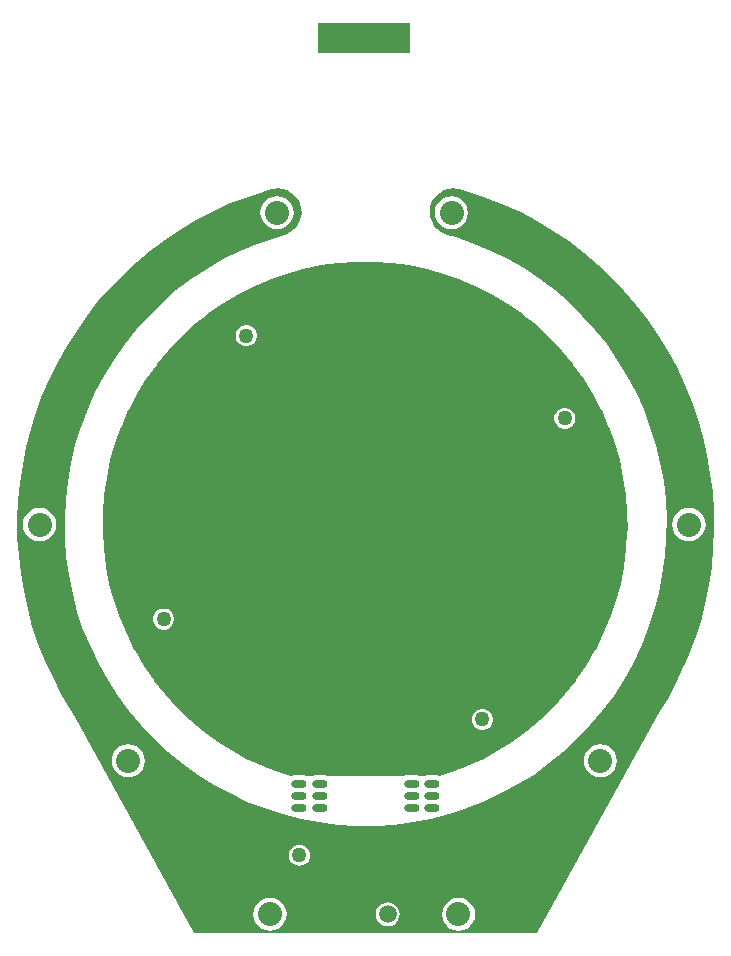
<source format=gtl>
%FSTAX23Y23*%
%MOIN*%
%SFA1B1*%

%IPPOS*%
%ADD12R,0.310000X0.100000*%
%ADD13C,0.080000*%
%ADD14O,0.051180X0.027560*%
%ADD15C,0.050000*%
%ADD16C,0.059060*%
%LNtransdutir_alinhado-1*%
%LPD*%
G36*
X00032Y02253D02*
X00091Y02249D01*
X00091Y02249*
X0015Y02241*
X0015Y02241*
X00208Y02229*
X00209Y02229*
X00265Y02213*
X00266Y02213*
X00321Y02193*
X00322Y02193*
X00376Y0217*
X00376Y0217*
X00429Y02143*
X00429Y02142*
X0048Y02112*
X0048Y02112*
X00528Y02078*
X00529Y02077*
X00575Y02041*
X00575Y0204*
X00618Y02*
X00619Y02*
X00659Y01957*
X00659Y01956*
X00697Y01911*
X00697Y0191*
X00731Y01863*
X00732Y01862*
X00763Y01812*
X00763Y01811*
X0079Y01759*
X00791Y01759*
X00814Y01705*
X00815Y01704*
X00835Y01649*
X00835Y01649*
X00851Y01592*
X00851Y01591*
X00864Y01534*
X00864Y01533*
X00872Y01475*
X00872Y01475*
X00877Y01416*
X00877Y01415*
X00878Y01357*
X00877Y01356*
X00874Y01297*
X00874Y01296*
X00867Y01238*
X00866Y01237*
X00855Y0118*
X00855Y01179*
X0084Y01122*
X00839Y01122*
X0082Y01066*
X0082Y01066*
X00797Y01011*
X00797Y01011*
X00771Y00958*
X0077Y00958*
X0074Y00907*
X0074Y00906*
X00707Y00858*
X00706Y00857*
X0067Y00811*
X00669Y00811*
X0063Y00767*
X00629Y00767*
X00587Y00726*
X00587Y00726*
X00542Y00688*
X00541Y00688*
X00494Y00653*
X00493Y00653*
X00443Y00621*
X00443Y00621*
X00391Y00593*
X0039Y00593*
X00337Y00569*
X00336Y00568*
X00281Y00548*
X0028Y00548*
X00252Y00539*
X0025Y00539*
X00246Y00541*
X00238Y00542*
X00215*
X00207Y00541*
X00203Y00539*
X00181*
X00177Y00541*
X00169Y00542*
X00146*
X00138Y00541*
X00134Y00539*
X-00124*
X-00128Y00541*
X-00136Y00542*
X-00159*
X-00167Y00541*
X-00171Y00539*
X-00194*
X-00198Y00541*
X-00206Y00542*
X-00229*
X-00237Y00541*
X-00241Y00539*
X-00244*
X-00247Y00539*
X-00275Y00548*
X-00276Y00548*
X-00331Y00568*
X-00332Y00569*
X-00385Y00593*
X-00386Y00593*
X-00438Y00621*
X-00438Y00621*
X-00488Y00653*
X-00488Y00653*
X-00536Y00688*
X-00537Y00688*
X-00582Y00726*
X-00582Y00726*
X-00624Y00767*
X-00625Y00767*
X-00664Y00811*
X-00665Y00811*
X-00701Y00857*
X-00702Y00858*
X-00735Y00906*
X-00735Y00907*
X-00765Y00958*
X-00766Y00958*
X-00792Y01011*
X-00815Y01066*
X-00815Y01066*
X-00834Y01122*
X-00835Y01122*
X-0085Y01179*
X-0085Y0118*
X-00861Y01237*
X-00862Y01238*
X-00869Y01296*
X-00869Y01297*
X-00872Y01356*
X-00872Y01357*
X-00872Y01415*
X-00872Y01416*
X-00867Y01475*
X-00867Y01475*
X-00859Y01533*
X-00859Y01534*
X-00846Y01591*
X-00846Y01592*
X-0083Y01649*
X-0083Y01649*
X-0081Y01704*
X-00809Y01705*
X-00786Y01759*
X-00785Y01759*
X-00758Y01811*
X-00758Y01812*
X-00727Y01862*
X-00726Y01863*
X-00692Y0191*
X-00692Y01911*
X-00654Y01956*
X-00654Y01957*
X-00614Y02*
X-00613Y02*
X-0057Y0204*
X-0057Y02041*
X-00524Y02077*
X-00523Y02078*
X-00475Y02112*
X-00475Y02112*
X-00424Y02142*
X-00424Y02143*
X-00371Y0217*
X-00371Y0217*
X-00317Y02193*
X-00316Y02193*
X-00261Y02213*
X-0026Y02213*
X-00203Y02229*
X-00203Y02229*
X-00145Y02241*
X-00145Y02241*
X-00086Y02249*
X-00086Y02249*
X-00027Y02253*
X-00026Y02253*
X00031*
X00032Y02253*
G37*
G36*
X00311Y02497D02*
X00318Y02495D01*
X00348Y02487*
X00407Y02467*
X00465Y02444*
X00521Y02418*
X00576Y02388*
X0063Y02356*
X00681Y02322*
X00731Y02284*
X00778Y02244*
X00823Y02201*
X00866Y02156*
X00907Y02109*
X00945Y0206*
X0098Y02008*
X01012Y01955*
X01042Y01901*
X01068Y01844*
X01092Y01787*
X01112Y01728*
X01129Y01668*
X01143Y01608*
X01154Y01547*
X01161Y01485*
X01165Y01423*
X01166Y01361*
X01164Y01299*
X01158Y01237*
X01149Y01175*
X01136Y01114*
X01121Y01054*
X01102Y00995*
X0108Y00937*
X01069Y00912*
X01067Y00908*
X01067Y00908*
X01057Y00885*
X01035Y00841*
X01011Y00797*
X00985Y00755*
X00972Y00734*
X00577Y00015*
X-00567*
X-00963Y00737*
X-0098Y00762*
X-01011Y00814*
X-01039Y00868*
X-01064Y00923*
X-01086Y0098*
X-01106Y01037*
X-01122Y01096*
X-01135Y01155*
X-01145Y01215*
X-01152Y01275*
X-01156Y01336*
X-01156Y01396*
X-01154Y01457*
X-01148Y01517*
X-01139Y01577*
X-01127Y01637*
X-01112Y01695*
X-01094Y01753*
X-01073Y0181*
X-01049Y01866*
X-01022Y0192*
X-00992Y01973*
X-00959Y02024*
X-00924Y02074*
X-00887Y02121*
X-00846Y02167*
X-00804Y0221*
X-00759Y02251*
X-00713Y0229*
X-00664Y02326*
X-00614Y0236*
X-00561Y02391*
X-00508Y02419*
X-00453Y02445*
X-00396Y02467*
X-00339Y02487*
X-0031Y02495*
X-00302Y02497*
X-00287Y02498*
X-00271Y02496*
X-00257Y02492*
X-00243Y02484*
X-00231Y02474*
X-00222Y02462*
X-00215Y02448*
X-0021Y02433*
X-00209Y02417*
X-00211Y02402*
X-00216Y02387*
X-00223Y02374*
X-00233Y02362*
X-00246Y02352*
X-00259Y02345*
X-00267Y02343*
X-00297Y02334*
X-00356Y02314*
X-00414Y02289*
X-0047Y02261*
X-00524Y0223*
X-00576Y02195*
X-00626Y02158*
X-00673Y02117*
X-00718Y02073*
X-0076Y02027*
X-00799Y01978*
X-00835Y01926*
X-00867Y01873*
X-00897Y01818*
X-00922Y01761*
X-00944Y01702*
X-00963Y01642*
X-00977Y01582*
X-00988Y0152*
X-00995Y01458*
X-00998Y01395*
X-00997Y01333*
X-00993Y0127*
X-00984Y01208*
X-00972Y01147*
X-00956Y01087*
X-00936Y01027*
X-00912Y00969*
X-00885Y00913*
X-00854Y00858*
X-0082Y00806*
X-00783Y00756*
X-00743Y00708*
X-007Y00662*
X-00654Y0062*
X-00605Y0058*
X-00554Y00544*
X-00501Y0051*
X-00446Y00481*
X-0039Y00454*
X-00332Y00431*
X-00272Y00412*
X-00211Y00397*
X-0015Y00385*
X-00088Y00377*
X-00025Y00374*
X00036Y00374*
X00099Y00377*
X00161Y00385*
X00222Y00397*
X00283Y00412*
X00342Y00432*
X00401Y00455*
X00457Y00481*
X00512Y00511*
X00565Y00544*
X00616Y00581*
X00664Y0062*
X0071Y00663*
X00753Y00708*
X00794Y00756*
X00831Y00807*
X00865Y00859*
X00895Y00914*
X00922Y0097*
X00946Y01028*
X00966Y01088*
X00982Y01148*
X00994Y01209*
X01003Y01271*
X01007Y01334*
X01008Y01396*
X01005Y01459*
X00998Y01521*
X00987Y01583*
X00972Y01643*
X00954Y01703*
X00932Y01762*
X00906Y01819*
X00877Y01874*
X00844Y01927*
X00808Y01979*
X00769Y02027*
X00727Y02074*
X00682Y02118*
X00635Y02158*
X00585Y02196*
X00533Y02231*
X00479Y02262*
X00423Y0229*
X00365Y02314*
X00306Y02335*
X00276Y02344*
X00268Y02346*
X00255Y02353*
X00242Y02362*
X00232Y02374*
X00225Y02388*
X0022Y02402*
X00218Y02418*
X00219Y02433*
X00223Y02448*
X0023Y02462*
X0024Y02474*
X00252Y02484*
X00265Y02492*
X0028Y02497*
X00295Y02498*
X00311Y02497*
G37*
%LNtransdutir_alinhado-2*%
%LPC*%
G36*
X-00389Y02042D02*
X-00398D01*
X-00407Y0204*
X-00415Y02035*
X-00421Y02029*
X-00426Y02021*
X-00428Y02012*
Y02003*
X-00426Y01994*
X-00421Y01986*
X-00415Y01979*
X-00407Y01975*
X-00398Y01972*
X-00389*
X-0038Y01975*
X-00372Y01979*
X-00365Y01986*
X-00361Y01994*
X-00358Y02003*
Y02012*
X-00361Y02021*
X-00365Y02029*
X-00372Y02035*
X-0038Y0204*
X-00389Y02042*
G37*
G36*
X00673Y01767D02*
X00664D01*
X00655Y01764*
X00647Y0176*
X00641Y01753*
X00636Y01745*
X00634Y01736*
Y01727*
X00636Y01718*
X00641Y0171*
X00647Y01704*
X00655Y01699*
X00664Y01697*
X00673*
X00682Y01699*
X0069Y01704*
X00697Y0171*
X00701Y01718*
X00704Y01727*
Y01736*
X00701Y01745*
X00697Y01753*
X0069Y0176*
X00682Y01764*
X00673Y01767*
G37*
G36*
X-00664Y01097D02*
X-00673D01*
X-00682Y01095*
X-0069Y01091*
X-00697Y01084*
X-00701Y01076*
X-00704Y01067*
Y01058*
X-00701Y01049*
X-00697Y01041*
X-0069Y01034*
X-00682Y0103*
X-00673Y01027*
X-00664*
X-00655Y0103*
X-00647Y01034*
X-00641Y01041*
X-00636Y01049*
X-00634Y01058*
Y01067*
X-00636Y01076*
X-00641Y01084*
X-00647Y01091*
X-00655Y01095*
X-00664Y01097*
G37*
G36*
X00398Y00763D02*
X00389D01*
X0038Y0076*
X00372Y00756*
X00365Y00749*
X00361Y00741*
X00358Y00732*
Y00723*
X00361Y00714*
X00365Y00706*
X00372Y007*
X0038Y00695*
X00389Y00693*
X00398*
X00407Y00695*
X00415Y007*
X00421Y00706*
X00426Y00714*
X00428Y00723*
Y00732*
X00426Y00741*
X00421Y00749*
X00415Y00756*
X00407Y0076*
X00398Y00763*
G37*
G36*
X00291Y02472D02*
X00276Y0247D01*
X00263Y02465*
X00252Y02456*
X00243Y02445*
X00237Y02431*
X00235Y02417*
X00237Y02402*
X00243Y02389*
X00252Y02378*
X00263Y02369*
X00276Y02363*
X00291Y02361*
X00305Y02363*
X00319Y02369*
X0033Y02378*
X00339Y02389*
X00344Y02402*
X00346Y02417*
X00344Y02431*
X00339Y02445*
X0033Y02456*
X00319Y02465*
X00305Y0247*
X00291Y02472*
G37*
G36*
X-00291D02*
X-00305Y0247D01*
X-00319Y02465*
X-0033Y02456*
X-00339Y02445*
X-00344Y02431*
X-00346Y02417*
X-00344Y02402*
X-00339Y02389*
X-0033Y02378*
X-00319Y02369*
X-00305Y02363*
X-00291Y02361*
X-00276Y02363*
X-00263Y02369*
X-00252Y02378*
X-00243Y02389*
X-00237Y02402*
X-00235Y02417*
X-00237Y02431*
X-00243Y02445*
X-00252Y02456*
X-00263Y02465*
X-00276Y0247*
X-00291Y02472*
G37*
G36*
X01082Y01433D02*
X01068Y01431D01*
X01054Y01425*
X01043Y01417*
X01034Y01405*
X01029Y01392*
X01027Y01377*
X01029Y01363*
X01034Y0135*
X01043Y01338*
X01054Y01329*
X01068Y01324*
X01082Y01322*
X01097Y01324*
X0111Y01329*
X01121Y01338*
X0113Y0135*
X01136Y01363*
X01138Y01377*
X01136Y01392*
X0113Y01405*
X01121Y01417*
X0111Y01425*
X01097Y01431*
X01082Y01433*
G37*
G36*
X-01082D02*
X-01097Y01431D01*
X-0111Y01425*
X-01121Y01417*
X-0113Y01405*
X-01136Y01392*
X-01138Y01377*
X-01136Y01363*
X-0113Y0135*
X-01121Y01338*
X-0111Y01329*
X-01097Y01324*
X-01082Y01322*
X-01068Y01324*
X-01054Y01329*
X-01043Y01338*
X-01034Y0135*
X-01029Y01363*
X-01027Y01377*
X-01029Y01392*
X-01034Y01405*
X-01043Y01417*
X-01054Y01425*
X-01068Y01431*
X-01082Y01433*
G37*
G36*
X00787Y00646D02*
X00773Y00644D01*
X00759Y00638*
X00748Y00629*
X00739Y00618*
X00733Y00604*
X00731Y0059*
X00733Y00576*
X00739Y00562*
X00748Y00551*
X00759Y00542*
X00773Y00536*
X00787Y00535*
X00801Y00536*
X00815Y00542*
X00826Y00551*
X00835Y00562*
X0084Y00576*
X00842Y0059*
X0084Y00604*
X00835Y00618*
X00826Y00629*
X00815Y00638*
X00801Y00644*
X00787Y00646*
G37*
G36*
X-00787D02*
X-00801Y00644D01*
X-00815Y00638*
X-00826Y00629*
X-00835Y00618*
X-0084Y00604*
X-00842Y0059*
X-0084Y00576*
X-00835Y00562*
X-00826Y00551*
X-00815Y00542*
X-00801Y00536*
X-00787Y00535*
X-00773Y00536*
X-00759Y00542*
X-00748Y00551*
X-00739Y00562*
X-00733Y00576*
X-00731Y0059*
X-00733Y00604*
X-00739Y00618*
X-00748Y00629*
X-00759Y00638*
X-00773Y00644*
X-00787Y00646*
G37*
G36*
X-00216Y0031D02*
X-00225Y00309D01*
X-00234Y00306*
X-00241Y003*
X-00247Y00293*
X-0025Y00284*
X-00251Y00275*
X-0025Y00266*
X-00247Y00257*
X-00241Y0025*
X-00234Y00245*
X-00225Y00241*
X-00216Y0024*
X-00207Y00241*
X-00198Y00245*
X-00191Y0025*
X-00185Y00257*
X-00182Y00266*
X-00181Y00275*
X-00182Y00284*
X-00185Y00293*
X-00191Y003*
X-00198Y00306*
X-00207Y00309*
X-00216Y0031*
G37*
G36*
X00078Y00118D02*
X00068Y00117D01*
X00058Y00113*
X0005Y00106*
X00044Y00098*
X0004Y00089*
X00038Y00078*
X0004Y00068*
X00044Y00058*
X0005Y0005*
X00058Y00044*
X00068Y0004*
X00078Y00038*
X00089Y0004*
X00098Y00044*
X00106Y0005*
X00113Y00058*
X00117Y00068*
X00118Y00078*
X00117Y00089*
X00113Y00098*
X00106Y00106*
X00098Y00113*
X00089Y00117*
X00078Y00118*
G37*
G36*
X00314Y00134D02*
X003Y00132D01*
X00287Y00126*
X00275Y00117*
X00266Y00106*
X00261Y00093*
X00259Y00078*
X00261Y00064*
X00266Y00051*
X00275Y00039*
X00287Y0003*
X003Y00025*
X00314Y00023*
X00329Y00025*
X00342Y0003*
X00354Y00039*
X00363Y00051*
X00368Y00064*
X0037Y00078*
X00368Y00093*
X00363Y00106*
X00354Y00117*
X00342Y00126*
X00329Y00132*
X00314Y00134*
G37*
G36*
X-00314D02*
X-00329Y00132D01*
X-00342Y00126*
X-00354Y00117*
X-00363Y00106*
X-00368Y00093*
X-0037Y00078*
X-00368Y00064*
X-00363Y00051*
X-00354Y00039*
X-00342Y0003*
X-00329Y00025*
X-00314Y00023*
X-003Y00025*
X-00287Y0003*
X-00275Y00039*
X-00266Y00051*
X-00261Y00064*
X-00259Y00078*
X-00261Y00093*
X-00266Y00106*
X-00275Y00117*
X-00287Y00126*
X-003Y00132*
X-00314Y00134*
G37*
%LNtransdutir_alinhado-3*%
%LPD*%
G54D12*
X0Y03D03*
G54D13*
X-00314Y00078D03*
X00314D03*
X00787Y0059D03*
X-00787D03*
X01082Y01377D03*
X-01082D03*
X-00291Y02417D03*
X00291D03*
G54D14*
X-00148Y00433D03*
D03*
D03*
D03*
X-00218D03*
D03*
Y00473D03*
D03*
D03*
Y00433D03*
D03*
Y00473D03*
Y00513D03*
X-00148Y00473D03*
Y00513D03*
X00158Y00433D03*
D03*
D03*
D03*
X00227D03*
D03*
D03*
D03*
X-00148Y00473D03*
D03*
D03*
X00158D03*
D03*
D03*
D03*
X00227D03*
D03*
D03*
D03*
Y00513D03*
X00158D03*
X-00218D03*
D03*
D03*
X-00148D03*
D03*
D03*
X00158D03*
D03*
D03*
X00227D03*
D03*
D03*
G54D15*
X00393Y00728D03*
X-00393D03*
X-00216Y00275D03*
X00216D03*
X00669Y01062D03*
Y01732D03*
X00393Y02007D03*
X-00669Y01062D03*
X-00393Y02007D03*
X-00669Y01732D03*
G54D16*
X-00078Y00078D03*
X00078D03*
M02*
</source>
